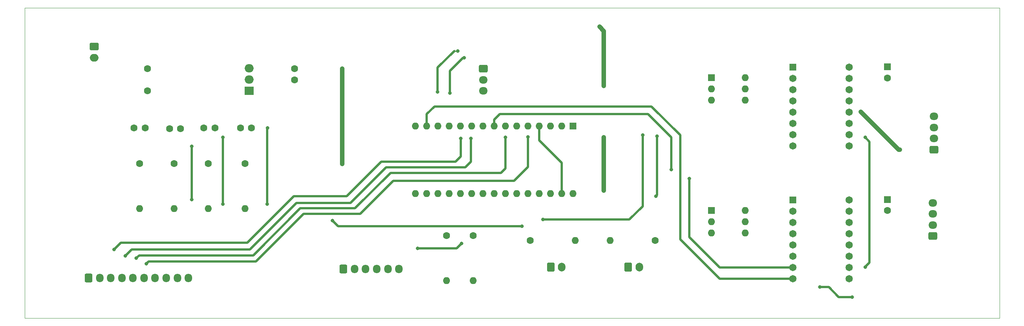
<source format=gbr>
%TF.GenerationSoftware,KiCad,Pcbnew,(6.0.7)*%
%TF.CreationDate,2023-06-05T07:56:33+05:30*%
%TF.ProjectId,acpm-arduino_motor_part,6163706d-2d61-4726-9475-696e6f5f6d6f,rev?*%
%TF.SameCoordinates,Original*%
%TF.FileFunction,Copper,L1,Top*%
%TF.FilePolarity,Positive*%
%FSLAX46Y46*%
G04 Gerber Fmt 4.6, Leading zero omitted, Abs format (unit mm)*
G04 Created by KiCad (PCBNEW (6.0.7)) date 2023-06-05 07:56:33*
%MOMM*%
%LPD*%
G01*
G04 APERTURE LIST*
G04 Aperture macros list*
%AMRoundRect*
0 Rectangle with rounded corners*
0 $1 Rounding radius*
0 $2 $3 $4 $5 $6 $7 $8 $9 X,Y pos of 4 corners*
0 Add a 4 corners polygon primitive as box body*
4,1,4,$2,$3,$4,$5,$6,$7,$8,$9,$2,$3,0*
0 Add four circle primitives for the rounded corners*
1,1,$1+$1,$2,$3*
1,1,$1+$1,$4,$5*
1,1,$1+$1,$6,$7*
1,1,$1+$1,$8,$9*
0 Add four rect primitives between the rounded corners*
20,1,$1+$1,$2,$3,$4,$5,0*
20,1,$1+$1,$4,$5,$6,$7,0*
20,1,$1+$1,$6,$7,$8,$9,0*
20,1,$1+$1,$8,$9,$2,$3,0*%
G04 Aperture macros list end*
%TA.AperFunction,Profile*%
%ADD10C,0.100000*%
%TD*%
%TA.AperFunction,ComponentPad*%
%ADD11RoundRect,0.250000X-0.600000X-0.725000X0.600000X-0.725000X0.600000X0.725000X-0.600000X0.725000X0*%
%TD*%
%TA.AperFunction,ComponentPad*%
%ADD12O,1.700000X1.950000*%
%TD*%
%TA.AperFunction,ComponentPad*%
%ADD13RoundRect,0.250000X0.725000X-0.600000X0.725000X0.600000X-0.725000X0.600000X-0.725000X-0.600000X0*%
%TD*%
%TA.AperFunction,ComponentPad*%
%ADD14O,1.950000X1.700000*%
%TD*%
%TA.AperFunction,ComponentPad*%
%ADD15R,1.650000X1.650000*%
%TD*%
%TA.AperFunction,ComponentPad*%
%ADD16C,1.650000*%
%TD*%
%TA.AperFunction,ComponentPad*%
%ADD17RoundRect,0.250000X-0.750000X0.600000X-0.750000X-0.600000X0.750000X-0.600000X0.750000X0.600000X0*%
%TD*%
%TA.AperFunction,ComponentPad*%
%ADD18O,2.000000X1.700000*%
%TD*%
%TA.AperFunction,ComponentPad*%
%ADD19C,1.600000*%
%TD*%
%TA.AperFunction,ComponentPad*%
%ADD20R,1.600000X1.600000*%
%TD*%
%TA.AperFunction,ComponentPad*%
%ADD21O,1.600000X1.600000*%
%TD*%
%TA.AperFunction,ComponentPad*%
%ADD22R,2.000000X1.905000*%
%TD*%
%TA.AperFunction,ComponentPad*%
%ADD23O,2.000000X1.905000*%
%TD*%
%TA.AperFunction,ComponentPad*%
%ADD24RoundRect,0.250000X-0.600000X-0.750000X0.600000X-0.750000X0.600000X0.750000X-0.600000X0.750000X0*%
%TD*%
%TA.AperFunction,ComponentPad*%
%ADD25O,1.700000X2.000000*%
%TD*%
%TA.AperFunction,ComponentPad*%
%ADD26RoundRect,0.250000X-0.725000X0.600000X-0.725000X-0.600000X0.725000X-0.600000X0.725000X0.600000X0*%
%TD*%
%TA.AperFunction,ViaPad*%
%ADD27C,0.800000*%
%TD*%
%TA.AperFunction,Conductor*%
%ADD28C,0.500000*%
%TD*%
%TA.AperFunction,Conductor*%
%ADD29C,1.000000*%
%TD*%
%TA.AperFunction,Conductor*%
%ADD30C,0.250000*%
%TD*%
G04 APERTURE END LIST*
D10*
X39000000Y-38000000D02*
X259000000Y-38000000D01*
X259000000Y-38000000D02*
X259000000Y-108000000D01*
X259000000Y-108000000D02*
X39000000Y-108000000D01*
X39000000Y-108000000D02*
X39000000Y-38000000D01*
D11*
%TO.P,J8,1,Pin_1*%
%TO.N,/12V*%
X53452500Y-98975000D03*
D12*
%TO.P,J8,2,Pin_2*%
%TO.N,/GND*%
X55952500Y-98975000D03*
%TO.P,J8,3,Pin_3*%
%TO.N,Net-(A1-Pad11)*%
X58452500Y-98975000D03*
%TO.P,J8,4,Pin_4*%
%TO.N,Net-(A1-Pad10)*%
X60952500Y-98975000D03*
%TO.P,J8,5,Pin_5*%
%TO.N,Net-(A1-Pad7)*%
X63452500Y-98975000D03*
%TO.P,J8,6,Pin_6*%
%TO.N,Net-(A1-Pad5)*%
X65952500Y-98975000D03*
%TO.P,J8,7,Pin_7*%
%TO.N,Net-(A1-Pad19)*%
X68452500Y-98975000D03*
%TO.P,J8,8,Pin_8*%
%TO.N,Net-(A1-Pad20)*%
X70952500Y-98975000D03*
%TO.P,J8,9,Pin_9*%
%TO.N,Net-(A1-Pad21)*%
X73452500Y-98975000D03*
%TO.P,J8,10,Pin_10*%
%TO.N,Net-(A1-Pad22)*%
X75952500Y-98975000D03*
%TD*%
D13*
%TO.P,J2,1,Pin_1*%
%TO.N,Net-(J2-Pad1)*%
X244177500Y-70000000D03*
D14*
%TO.P,J2,2,Pin_2*%
%TO.N,Net-(J2-Pad2)*%
X244177500Y-67500000D03*
%TO.P,J2,3,Pin_3*%
%TO.N,Net-(J2-Pad3)*%
X244177500Y-65000000D03*
%TO.P,J2,4,Pin_4*%
%TO.N,Net-(J2-Pad4)*%
X244177500Y-62500000D03*
%TD*%
D15*
%TO.P,U2,1,~{EN}*%
%TO.N,unconnected-(U2-Pad1)*%
X212352500Y-51360000D03*
D16*
%TO.P,U2,2,M0*%
%TO.N,Net-(SW2-Pad6)*%
X212352500Y-53900000D03*
%TO.P,U2,3,M1*%
%TO.N,Net-(SW2-Pad5)*%
X212352500Y-56440000D03*
%TO.P,U2,4,M2*%
%TO.N,Net-(SW2-Pad4)*%
X212352500Y-58980000D03*
%TO.P,U2,5,~{RST}*%
%TO.N,Net-(U2-Pad5)*%
X212352500Y-61520000D03*
%TO.P,U2,6,~{SLP}*%
X212352500Y-64060000D03*
%TO.P,U2,7,STEP*%
%TO.N,Net-(A1-Pad9)*%
X212352500Y-66600000D03*
%TO.P,U2,8,DIR*%
%TO.N,Net-(A1-Pad15)*%
X212352500Y-69140000D03*
%TO.P,U2,9,GND*%
%TO.N,/GND*%
X225052500Y-69140000D03*
%TO.P,U2,10,~{FLT}*%
%TO.N,Net-(A1-Pad27)*%
X225052500Y-66600000D03*
%TO.P,U2,11,A2*%
%TO.N,Net-(J2-Pad2)*%
X225052500Y-64060000D03*
%TO.P,U2,12,A1*%
%TO.N,Net-(J2-Pad1)*%
X225052500Y-61520000D03*
%TO.P,U2,13,B1*%
%TO.N,Net-(J2-Pad3)*%
X225052500Y-58980000D03*
%TO.P,U2,14,B2*%
%TO.N,Net-(J2-Pad4)*%
X225052500Y-56440000D03*
%TO.P,U2,15,GND_MOT*%
%TO.N,/GND*%
X225052500Y-53900000D03*
%TO.P,U2,16,VMOT*%
%TO.N,/12V*%
X225052500Y-51360000D03*
%TD*%
D17*
%TO.P,J7,1,Pin_1*%
%TO.N,/12V*%
X54702500Y-46750000D03*
D18*
%TO.P,J7,2,Pin_2*%
%TO.N,/GND*%
X54702500Y-49250000D03*
%TD*%
D19*
%TO.P,C7,1*%
%TO.N,/12V*%
X66702500Y-56750000D03*
%TO.P,C7,2*%
%TO.N,/GND*%
X66702500Y-51750000D03*
%TD*%
D13*
%TO.P,J1,1,Pin_1*%
%TO.N,Net-(J1-Pad1)*%
X243927500Y-89500000D03*
D14*
%TO.P,J1,2,Pin_2*%
%TO.N,Net-(J1-Pad2)*%
X243927500Y-87000000D03*
%TO.P,J1,3,Pin_3*%
%TO.N,Net-(J1-Pad3)*%
X243927500Y-84500000D03*
%TO.P,J1,4,Pin_4*%
%TO.N,Net-(J1-Pad4)*%
X243927500Y-82000000D03*
%TD*%
D19*
%TO.P,C5,1*%
%TO.N,Net-(A1-Pad21)*%
X81952500Y-65125000D03*
%TO.P,C5,2*%
%TO.N,/GND*%
X79452500Y-65125000D03*
%TD*%
D20*
%TO.P,A1,1,D1/TX*%
%TO.N,unconnected-(A1-Pad1)*%
X162752500Y-64640000D03*
D21*
%TO.P,A1,2,D0/RX*%
%TO.N,unconnected-(A1-Pad2)*%
X160212500Y-64640000D03*
%TO.P,A1,3,~{RESET}*%
%TO.N,unconnected-(A1-Pad3)*%
X157672500Y-64640000D03*
%TO.P,A1,4,GND*%
%TO.N,/GND*%
X155132500Y-64640000D03*
%TO.P,A1,5,D2*%
%TO.N,Net-(A1-Pad5)*%
X152592500Y-64640000D03*
%TO.P,A1,6,D3*%
%TO.N,/Sig*%
X150052500Y-64640000D03*
%TO.P,A1,7,D4*%
%TO.N,Net-(A1-Pad7)*%
X147512500Y-64640000D03*
%TO.P,A1,8,D5*%
%TO.N,Net-(A1-Pad8)*%
X144972500Y-64640000D03*
%TO.P,A1,9,D6*%
%TO.N,Net-(A1-Pad9)*%
X142432500Y-64640000D03*
%TO.P,A1,10,D7*%
%TO.N,Net-(A1-Pad10)*%
X139892500Y-64640000D03*
%TO.P,A1,11,D8*%
%TO.N,Net-(A1-Pad11)*%
X137352500Y-64640000D03*
%TO.P,A1,12,D9*%
%TO.N,Net-(A1-Pad12)*%
X134812500Y-64640000D03*
%TO.P,A1,13,D10*%
%TO.N,Net-(A1-Pad13)*%
X132272500Y-64640000D03*
%TO.P,A1,14,D11*%
%TO.N,Net-(A1-Pad14)*%
X129732500Y-64640000D03*
%TO.P,A1,15,D12*%
%TO.N,Net-(A1-Pad15)*%
X127192500Y-64640000D03*
%TO.P,A1,16,D13*%
%TO.N,unconnected-(A1-Pad16)*%
X127192500Y-79880000D03*
%TO.P,A1,17,3V3*%
%TO.N,unconnected-(A1-Pad17)*%
X129732500Y-79880000D03*
%TO.P,A1,18,AREF*%
%TO.N,unconnected-(A1-Pad18)*%
X132272500Y-79880000D03*
%TO.P,A1,19,A0*%
%TO.N,Net-(A1-Pad19)*%
X134812500Y-79880000D03*
%TO.P,A1,20,A1*%
%TO.N,Net-(A1-Pad20)*%
X137352500Y-79880000D03*
%TO.P,A1,21,A2*%
%TO.N,Net-(A1-Pad21)*%
X139892500Y-79880000D03*
%TO.P,A1,22,A3*%
%TO.N,Net-(A1-Pad22)*%
X142432500Y-79880000D03*
%TO.P,A1,23,A4*%
%TO.N,/SDA*%
X144972500Y-79880000D03*
%TO.P,A1,24,A5*%
%TO.N,/SCL*%
X147512500Y-79880000D03*
%TO.P,A1,25,A6*%
%TO.N,/SW1*%
X150052500Y-79880000D03*
%TO.P,A1,26,A7*%
%TO.N,/SW2*%
X152592500Y-79880000D03*
%TO.P,A1,27,+5V*%
%TO.N,Net-(A1-Pad27)*%
X155132500Y-79880000D03*
%TO.P,A1,28,~{RESET}*%
%TO.N,unconnected-(A1-Pad28)*%
X157672500Y-79880000D03*
%TO.P,A1,29,GND*%
%TO.N,/GND*%
X160212500Y-79880000D03*
%TO.P,A1,30,VIN*%
%TO.N,/12V*%
X162752500Y-79880000D03*
%TD*%
D22*
%TO.P,U3,1,VI*%
%TO.N,/12V*%
X89702500Y-56750000D03*
D23*
%TO.P,U3,2,GND*%
%TO.N,/GND*%
X89702500Y-54210000D03*
%TO.P,U3,3,VO*%
%TO.N,Net-(C8-Pad1)*%
X89702500Y-51670000D03*
%TD*%
D19*
%TO.P,C3,1*%
%TO.N,Net-(A1-Pad19)*%
X66202500Y-65125000D03*
%TO.P,C3,2*%
%TO.N,/GND*%
X63702500Y-65125000D03*
%TD*%
%TO.P,R2,1*%
%TO.N,Net-(A1-Pad27)*%
X72702500Y-73170000D03*
D21*
%TO.P,R2,2*%
%TO.N,Net-(A1-Pad20)*%
X72702500Y-83330000D03*
%TD*%
D19*
%TO.P,C8,1*%
%TO.N,Net-(C8-Pad1)*%
X99952500Y-51750000D03*
%TO.P,C8,2*%
%TO.N,/GND*%
X99952500Y-54250000D03*
%TD*%
%TO.P,R6,1*%
%TO.N,/SW2*%
X140202500Y-89420000D03*
D21*
%TO.P,R6,2*%
%TO.N,/GND*%
X140202500Y-99580000D03*
%TD*%
D11*
%TO.P,J3,1,Pin_1*%
%TO.N,Net-(C8-Pad1)*%
X110952500Y-96975000D03*
D12*
%TO.P,J3,2,Pin_2*%
%TO.N,/GND*%
X113452500Y-96975000D03*
%TO.P,J3,3,Pin_3*%
%TO.N,/SDA*%
X115952500Y-96975000D03*
%TO.P,J3,4,Pin_4*%
%TO.N,/SCL*%
X118452500Y-96975000D03*
%TO.P,J3,5,Pin_5*%
%TO.N,/SW1*%
X120952500Y-96975000D03*
%TO.P,J3,6,Pin_6*%
%TO.N,/SW2*%
X123452500Y-96975000D03*
%TD*%
D19*
%TO.P,C6,1*%
%TO.N,Net-(A1-Pad22)*%
X90202500Y-65125000D03*
%TO.P,C6,2*%
%TO.N,/GND*%
X87702500Y-65125000D03*
%TD*%
%TO.P,R4,1*%
%TO.N,Net-(A1-Pad27)*%
X88702500Y-73170000D03*
D21*
%TO.P,R4,2*%
%TO.N,Net-(A1-Pad22)*%
X88702500Y-83330000D03*
%TD*%
D24*
%TO.P,J4,1,Pin_1*%
%TO.N,Net-(A1-Pad27)*%
X157702500Y-96500000D03*
D25*
%TO.P,J4,2,Pin_2*%
%TO.N,Net-(A1-Pad12)*%
X160202500Y-96500000D03*
%TD*%
D20*
%TO.P,SW2,1*%
%TO.N,Net-(A1-Pad27)*%
X193935000Y-53725000D03*
D21*
%TO.P,SW2,2*%
X193935000Y-56265000D03*
%TO.P,SW2,3*%
X193935000Y-58805000D03*
%TO.P,SW2,4*%
%TO.N,Net-(SW2-Pad4)*%
X201555000Y-58805000D03*
%TO.P,SW2,5*%
%TO.N,Net-(SW2-Pad5)*%
X201555000Y-56265000D03*
%TO.P,SW2,6*%
%TO.N,Net-(SW2-Pad6)*%
X201555000Y-53725000D03*
%TD*%
D19*
%TO.P,C4,1*%
%TO.N,Net-(A1-Pad20)*%
X74202500Y-65250000D03*
%TO.P,C4,2*%
%TO.N,/GND*%
X71702500Y-65250000D03*
%TD*%
%TO.P,R5,1*%
%TO.N,/SW1*%
X134202500Y-89420000D03*
D21*
%TO.P,R5,2*%
%TO.N,/GND*%
X134202500Y-99580000D03*
%TD*%
D19*
%TO.P,R1,1*%
%TO.N,Net-(A1-Pad27)*%
X64952500Y-73170000D03*
D21*
%TO.P,R1,2*%
%TO.N,Net-(A1-Pad19)*%
X64952500Y-83330000D03*
%TD*%
D19*
%TO.P,R8,1*%
%TO.N,Net-(A1-Pad13)*%
X181282500Y-90500000D03*
D21*
%TO.P,R8,2*%
%TO.N,/GND*%
X171122500Y-90500000D03*
%TD*%
D24*
%TO.P,J5,1,Pin_1*%
%TO.N,Net-(A1-Pad27)*%
X175202500Y-96500000D03*
D25*
%TO.P,J5,2,Pin_2*%
%TO.N,Net-(A1-Pad13)*%
X177702500Y-96500000D03*
%TD*%
D20*
%TO.P,SW1,1*%
%TO.N,Net-(A1-Pad27)*%
X193935000Y-83725000D03*
D21*
%TO.P,SW1,2*%
X193935000Y-86265000D03*
%TO.P,SW1,3*%
X193935000Y-88805000D03*
%TO.P,SW1,4*%
%TO.N,Net-(SW1-Pad4)*%
X201555000Y-88805000D03*
%TO.P,SW1,5*%
%TO.N,Net-(SW1-Pad5)*%
X201555000Y-86265000D03*
%TO.P,SW1,6*%
%TO.N,Net-(SW1-Pad6)*%
X201555000Y-83725000D03*
%TD*%
D26*
%TO.P,J6,1,Pin_1*%
%TO.N,Net-(C8-Pad1)*%
X142477500Y-51750000D03*
D14*
%TO.P,J6,2,Pin_2*%
%TO.N,/GND*%
X142477500Y-54250000D03*
%TO.P,J6,3,Pin_3*%
%TO.N,/Sig*%
X142477500Y-56750000D03*
%TD*%
D20*
%TO.P,C1,1*%
%TO.N,/12V*%
X233702500Y-81250000D03*
D19*
%TO.P,C1,2*%
%TO.N,/GND*%
X233702500Y-83750000D03*
%TD*%
D15*
%TO.P,U1,1,~{EN}*%
%TO.N,unconnected-(U1-Pad1)*%
X212352500Y-81360000D03*
D16*
%TO.P,U1,2,M0*%
%TO.N,Net-(SW1-Pad6)*%
X212352500Y-83900000D03*
%TO.P,U1,3,M1*%
%TO.N,Net-(SW1-Pad5)*%
X212352500Y-86440000D03*
%TO.P,U1,4,M2*%
%TO.N,Net-(SW1-Pad4)*%
X212352500Y-88980000D03*
%TO.P,U1,5,~{RST}*%
%TO.N,Net-(U1-Pad5)*%
X212352500Y-91520000D03*
%TO.P,U1,6,~{SLP}*%
X212352500Y-94060000D03*
%TO.P,U1,7,STEP*%
%TO.N,Net-(A1-Pad8)*%
X212352500Y-96600000D03*
%TO.P,U1,8,DIR*%
%TO.N,Net-(A1-Pad14)*%
X212352500Y-99140000D03*
%TO.P,U1,9,GND*%
%TO.N,/GND*%
X225052500Y-99140000D03*
%TO.P,U1,10,~{FLT}*%
%TO.N,Net-(A1-Pad27)*%
X225052500Y-96600000D03*
%TO.P,U1,11,A2*%
%TO.N,Net-(J1-Pad2)*%
X225052500Y-94060000D03*
%TO.P,U1,12,A1*%
%TO.N,Net-(J1-Pad1)*%
X225052500Y-91520000D03*
%TO.P,U1,13,B1*%
%TO.N,Net-(J1-Pad3)*%
X225052500Y-88980000D03*
%TO.P,U1,14,B2*%
%TO.N,Net-(J1-Pad4)*%
X225052500Y-86440000D03*
%TO.P,U1,15,GND_MOT*%
%TO.N,/GND*%
X225052500Y-83900000D03*
%TO.P,U1,16,VMOT*%
%TO.N,/12V*%
X225052500Y-81360000D03*
%TD*%
D19*
%TO.P,R3,1*%
%TO.N,Net-(A1-Pad27)*%
X80452500Y-73170000D03*
D21*
%TO.P,R3,2*%
%TO.N,Net-(A1-Pad21)*%
X80452500Y-83330000D03*
%TD*%
D19*
%TO.P,R7,1*%
%TO.N,Net-(A1-Pad12)*%
X153122500Y-90500000D03*
D21*
%TO.P,R7,2*%
%TO.N,/GND*%
X163282500Y-90500000D03*
%TD*%
D20*
%TO.P,C2,1*%
%TO.N,/12V*%
X233702500Y-51317621D03*
D19*
%TO.P,C2,2*%
%TO.N,/GND*%
X233702500Y-53817621D03*
%TD*%
D27*
%TO.N,Net-(A1-Pad5)*%
X66452500Y-95750000D03*
X152550000Y-67150000D03*
%TO.N,Net-(A1-Pad7)*%
X64202500Y-94500000D03*
X147452500Y-67250000D03*
%TO.N,Net-(A1-Pad8)*%
X188952500Y-76500000D03*
X184952500Y-74500000D03*
%TO.N,Net-(A1-Pad10)*%
X139702500Y-67500000D03*
X61702500Y-94000000D03*
%TO.N,Net-(A1-Pad12)*%
X134952500Y-57250000D03*
X178452500Y-66750000D03*
X155952500Y-85750000D03*
X138202500Y-49250000D03*
%TO.N,Net-(A1-Pad13)*%
X181702500Y-67000000D03*
X181452500Y-80500000D03*
X132202500Y-57000000D03*
X136702500Y-47750000D03*
%TO.N,Net-(A1-Pad20)*%
X76702500Y-69250000D03*
X76702500Y-81250000D03*
%TO.N,Net-(A1-Pad21)*%
X83702500Y-82250000D03*
X83702500Y-67250000D03*
%TO.N,Net-(A1-Pad22)*%
X93702500Y-82250000D03*
X93827500Y-65125000D03*
%TO.N,/SW2*%
X127702500Y-92250000D03*
X137600000Y-91150000D03*
%TO.N,/12V*%
X169700000Y-55650000D03*
X169702500Y-79250000D03*
X169702500Y-67250000D03*
X168702500Y-42250000D03*
%TO.N,Net-(C8-Pad1)*%
X110702500Y-73250000D03*
X110702500Y-51750000D03*
%TO.N,Net-(J2-Pad1)*%
X236452500Y-70000000D03*
X227702500Y-61500000D03*
%TO.N,Net-(A1-Pad27)*%
X228702500Y-67250000D03*
X151202500Y-87250000D03*
X108452500Y-86000000D03*
X218452500Y-101000000D03*
X225702500Y-103250000D03*
X228650000Y-96500000D03*
%TO.N,Net-(A1-Pad11)*%
X137452500Y-67500000D03*
X59202500Y-92500000D03*
%TD*%
D28*
%TO.N,Net-(A1-Pad5)*%
X101952500Y-84500000D02*
X91202500Y-95250000D01*
X66952500Y-95250000D02*
X66452500Y-95750000D01*
X122202500Y-77000000D02*
X114702500Y-84500000D01*
X149452500Y-77000000D02*
X122202500Y-77000000D01*
X91202500Y-95250000D02*
X66952500Y-95250000D01*
X152550000Y-67150000D02*
X152550000Y-73902500D01*
X114702500Y-84500000D02*
X101952500Y-84500000D01*
X152550000Y-73902500D02*
X149452500Y-77000000D01*
D29*
%TO.N,/12V*%
X169702500Y-55647500D02*
X169702500Y-43250000D01*
X169700000Y-55650000D02*
X169702500Y-55647500D01*
X169702500Y-43250000D02*
X168702500Y-42250000D01*
D28*
%TO.N,Net-(A1-Pad12)*%
X178450000Y-82752500D02*
X178450000Y-82750000D01*
X155952500Y-85750000D02*
X175452500Y-85750000D01*
X175452500Y-85750000D02*
X178450000Y-82752500D01*
%TO.N,/SW2*%
X136500000Y-92250000D02*
X127702500Y-92250000D01*
X137600000Y-91150000D02*
X136500000Y-92250000D01*
%TO.N,Net-(A1-Pad13)*%
X181700000Y-67002500D02*
X181702500Y-67000000D01*
X181700000Y-80252500D02*
X181700000Y-67002500D01*
X181452500Y-80500000D02*
X181700000Y-80252500D01*
%TO.N,Net-(A1-Pad27)*%
X229650000Y-68197500D02*
X229650000Y-95505000D01*
X229650000Y-95505000D02*
X228702500Y-96452500D01*
X228702500Y-67250000D02*
X229650000Y-68197500D01*
%TO.N,Net-(A1-Pad7)*%
X101200000Y-83250000D02*
X113550000Y-83250000D01*
X146452500Y-75250000D02*
X147452500Y-74250000D01*
X147452500Y-74250000D02*
X147452500Y-67250000D01*
X90600000Y-93850000D02*
X101200000Y-83250000D01*
X121550000Y-75250000D02*
X146452500Y-75250000D01*
X64852500Y-93850000D02*
X90600000Y-93850000D01*
X64202500Y-94500000D02*
X64852500Y-93850000D01*
X113550000Y-83250000D02*
X121550000Y-75250000D01*
%TO.N,Net-(A1-Pad10)*%
X112550000Y-82000000D02*
X120550000Y-74000000D01*
X100350000Y-82000000D02*
X112550000Y-82000000D01*
X138452500Y-74000000D02*
X139702500Y-72750000D01*
X63202500Y-92500000D02*
X89850000Y-92500000D01*
X89850000Y-92500000D02*
X100350000Y-82000000D01*
X139702500Y-72750000D02*
X139702500Y-67500000D01*
X61702500Y-94000000D02*
X63202500Y-92500000D01*
X120550000Y-74000000D02*
X138452500Y-74000000D01*
%TO.N,Net-(A1-Pad27)*%
X222702500Y-103250000D02*
X225702500Y-103250000D01*
X220452500Y-101000000D02*
X222702500Y-103250000D01*
X218452500Y-101000000D02*
X220452500Y-101000000D01*
D30*
%TO.N,Net-(A1-Pad13)*%
X136702500Y-47750000D02*
X135952500Y-47750000D01*
D28*
X132202500Y-51500000D02*
X132202500Y-57000000D01*
X135952500Y-47750000D02*
X132202500Y-51500000D01*
%TO.N,Net-(A1-Pad12)*%
X137952500Y-49250000D02*
X134952500Y-52250000D01*
D30*
X138202500Y-49250000D02*
X137952500Y-49250000D01*
D28*
X134952500Y-52250000D02*
X134952500Y-57250000D01*
%TO.N,/GND*%
X155132500Y-67930000D02*
X155132500Y-64640000D01*
X160212500Y-79880000D02*
X160212500Y-73010000D01*
X160212500Y-73010000D02*
X155132500Y-67930000D01*
%TO.N,Net-(A1-Pad8)*%
X188952500Y-76500000D02*
X188952500Y-89750000D01*
X212352500Y-96600000D02*
X197352500Y-96600000D01*
X146202500Y-62000000D02*
X144972500Y-63230000D01*
X188952500Y-89750000D02*
X195802500Y-96600000D01*
X144972500Y-63230000D02*
X144972500Y-64640000D01*
X195802500Y-96600000D02*
X197352500Y-96600000D01*
X179702500Y-62000000D02*
X146202500Y-62000000D01*
X184952500Y-74500000D02*
X184952500Y-67250000D01*
X184952500Y-67250000D02*
X179702500Y-62000000D01*
%TO.N,Net-(A1-Pad12)*%
X178452500Y-82750000D02*
X178452500Y-66750000D01*
%TO.N,Net-(A1-Pad14)*%
X180452500Y-60250000D02*
X131452500Y-60250000D01*
X195842500Y-99140000D02*
X186952500Y-90250000D01*
X212352500Y-99140000D02*
X195842500Y-99140000D01*
X186952500Y-66750000D02*
X180452500Y-60250000D01*
X186952500Y-90250000D02*
X186952500Y-66750000D01*
X131452500Y-60250000D02*
X129732500Y-61970000D01*
X129732500Y-61970000D02*
X129732500Y-64640000D01*
%TO.N,Net-(A1-Pad20)*%
X76702500Y-81250000D02*
X76702500Y-69250000D01*
%TO.N,Net-(A1-Pad21)*%
X83702500Y-82250000D02*
X83702500Y-67250000D01*
%TO.N,Net-(A1-Pad22)*%
X93702500Y-82250000D02*
X93702500Y-65250000D01*
D30*
X93702500Y-65250000D02*
X93827500Y-65125000D01*
D29*
%TO.N,/12V*%
X169702500Y-79250000D02*
X169702500Y-67250000D01*
%TO.N,Net-(C8-Pad1)*%
X110702500Y-51750000D02*
X110702500Y-73250000D01*
%TO.N,Net-(J2-Pad1)*%
X227702500Y-61500000D02*
X236202500Y-70000000D01*
X236202500Y-70000000D02*
X236452500Y-70000000D01*
D28*
%TO.N,Net-(A1-Pad27)*%
X109702500Y-87250000D02*
X108452500Y-86000000D01*
X151202500Y-87250000D02*
X109702500Y-87250000D01*
%TO.N,Net-(A1-Pad11)*%
X119452500Y-72750000D02*
X136202500Y-72750000D01*
X59202500Y-92500000D02*
X60702500Y-91000000D01*
X136202500Y-72750000D02*
X137452500Y-71500000D01*
X60702500Y-91000000D02*
X89202500Y-91000000D01*
X137452500Y-71500000D02*
X137452500Y-67500000D01*
X111702500Y-80500000D02*
X119452500Y-72750000D01*
X99702500Y-80500000D02*
X111702500Y-80500000D01*
X89202500Y-91000000D02*
X99702500Y-80500000D01*
%TD*%
M02*

</source>
